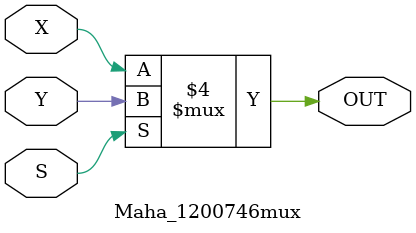
<source format=v>
module Maha_1200746mux(X,Y,S,OUT);
input S;
input X,Y;
output OUT;
reg OUT;
always @ (X or Y or S)
begin 
	if(S==0)
		OUT=X;
	else 
		OUT=Y;
	end
endmodule 
</source>
